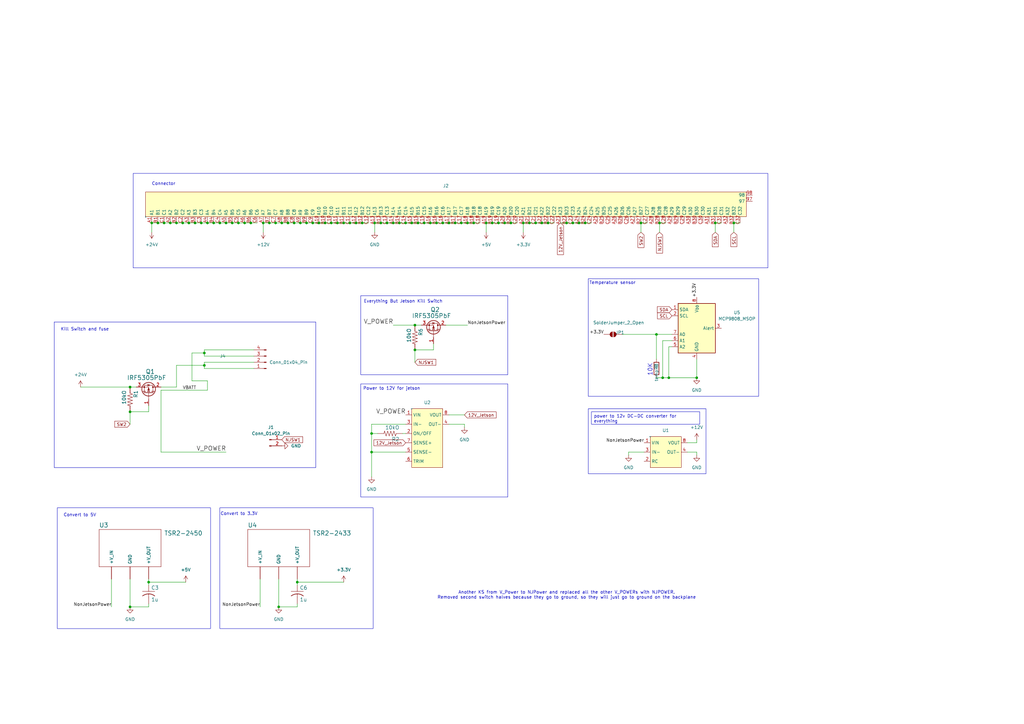
<source format=kicad_sch>
(kicad_sch (version 20250114) (generator "eeschema") (generator_version "9.0")
  (paper "A3")
  (title_block (title "Thruster Control Card 1") (date "10/22/2025") (rev "4") (company "Robatics @ Maryland"))
  (lib_symbols
    (symbol "650470_1"
      (property "Reference" "J1" (at 12.7 -123.19 90))
      (property "Value" "~" (at 0 0 0))
      (symbol "650470_1_1_1"
        (rectangle (start 0 0) (end 10.16 -246.38) (fill (type background)))
        (pin passive line (at -2.54 -2.54 0) (length 2.54) (name "A1") (number "A1"))
        (pin passive line (at -2.54 -5.08 0) (length 2.54) (name "B1") (number "B1"))
        (pin passive line (at -2.54 -7.62 0) (length 2.54) (name "C1") (number "C1"))
        (pin passive line (at -2.54 -10.16 0) (length 2.54) (name "A2") (number "A2"))
        (pin passive line (at -2.54 -12.7 0) (length 2.54) (name "B2") (number "B2"))
        (pin passive line (at -2.54 -15.24 0) (length 2.54) (name "C2") (number "C2"))
        (pin passive line (at -2.54 -17.78 0) (length 2.54) (name "A3") (number "A3"))
        (pin passive line (at -2.54 -20.32 0) (length 2.54) (name "B3") (number "B3"))
        (pin passive line (at -2.54 -22.86 0) (length 2.54) (name "C3") (number "C3"))
        (pin passive line (at -2.54 -25.4 0) (length 2.54) (name "A4") (number "A4"))
        (pin passive line (at -2.54 -27.94 0) (length 2.54) (name "B4") (number "B4"))
        (pin passive line (at -2.54 -30.48 0) (length 2.54) (name "C4") (number "C4"))
        (pin passive line (at -2.54 -33.02 0) (length 2.54) (name "A5") (number "A5"))
        (pin passive line (at -2.54 -35.56 0) (length 2.54) (name "B5") (number "B5"))
        (pin passive line (at -2.54 -38.1 0) (length 2.54) (name "C5") (number "C5"))
        (pin passive line (at -2.54 -40.64 0) (length 2.54) (name "A6") (number "A6"))
        (pin passive line (at -2.54 -43.18 0) (length 2.54) (name "B6") (number "B6"))
        (pin passive line (at -2.54 -45.72 0) (length 2.54) (name "C6") (number "C6"))
        (pin passive line (at -2.54 -48.26 0) (length 2.54) (name "A7") (number "A7"))
        (pin passive line (at -2.54 -50.8 0) (length 2.54) (name "B7") (number "B7"))
        (pin passive line (at -2.54 -53.34 0) (length 2.54) (name "C7") (number "C7"))
        (pin passive line (at -2.54 -55.88 0) (length 2.54) (name "A8") (number "A8"))
        (pin passive line (at -2.54 -58.42 0) (length 2.54) (name "B8") (number "B8"))
        (pin passive line (at -2.54 -60.96 0) (length 2.54) (name "C8") (number "C8"))
        (pin passive line (at -2.54 -63.5 0) (length 2.54) (name "A9") (number "A9"))
        (pin passive line (at -2.54 -66.04 0) (length 2.54) (name "B9") (number "B9"))
        (pin passive line (at -2.54 -68.58 0) (length 2.54) (name "C9") (number "C9"))
        (pin passive line (at -2.54 -71.12 0) (length 2.54) (name "A10") (number "A10"))
        (pin passive line (at -2.54 -73.66 0) (length 2.54) (name "B10") (number "B10"))
        (pin passive line (at -2.54 -76.2 0) (length 2.54) (name "C10") (number "C10"))
        (pin passive line (at -2.54 -78.74 0) (length 2.54) (name "A11") (number "A11"))
        (pin passive line (at -2.54 -81.28 0) (length 2.54) (name "B11") (number "B11"))
        (pin passive line (at -2.54 -83.82 0) (length 2.54) (name "C11") (number "C11"))
        (pin passive line (at -2.54 -86.36 0) (length 2.54) (name "A12") (number "A12"))
        (pin passive line (at -2.54 -88.9 0) (length 2.54) (name "B12") (number "B12"))
        (pin passive line (at -2.54 -91.44 0) (length 2.54) (name "C12") (number "C12"))
        (pin passive line (at -2.54 -93.98 0) (length 2.54) (name "A13") (number "A13"))
        (pin passive line (at -2.54 -96.52 0) (length 2.54) (name "B13") (number "B13"))
        (pin passive line (at -2.54 -99.06 0) (length 2.54) (name "C13") (number "C13"))
        (pin passive line (at -2.54 -101.6 0) (length 2.54) (name "A14") (number "A14"))
        (pin passive line (at -2.54 -104.14 0) (length 2.54) (name "B14") (number "B14"))
        (pin passive line (at -2.54 -106.68 0) (length 2.54) (name "C14") (number "C14"))
        (pin passive line (at -2.54 -109.22 0) (length 2.54) (name "A15") (number "A15"))
        (pin passive line (at -2.54 -111.76 0) (length 2.54) (name "B15") (number "B15"))
        (pin passive line (at -2.54 -114.3 0) (length 2.54) (name "C15") (number "C15"))
        (pin passive line (at -2.54 -116.84 0) (length 2.54) (name "A16") (number "A16"))
        (pin passive line (at -2.54 -119.38 0) (length 2.54) (name "B16") (number "B16"))
        (pin passive line (at -2.54 -121.92 0) (length 2.54) (name "C16") (number "C16"))
        (pin passive line (at -2.54 -124.46 0) (length 2.54) (name "A17") (number "A17"))
        (pin passive line (at -2.54 -127 0) (length 2.54) (name "B17") (number "B17"))
        (pin passive line (at -2.54 -129.54 0) (length 2.54) (name "C17") (number "C17"))
        (pin passive line (at -2.54 -132.08 0) (length 2.54) (name "A18") (number "A18"))
        (pin passive line (at -2.54 -134.62 0) (length 2.54) (name "B18") (number "B18"))
        (pin passive line (at -2.54 -137.16 0) (length 2.54) (name "C18") (number "C18"))
        (pin passive line (at -2.54 -139.7 0) (length 2.54) (name "A19") (number "A19"))
        (pin passive line (at -2.54 -142.24 0) (length 2.54) (name "B19") (number "B19"))
        (pin passive line (at -2.54 -144.78 0) (length 2.54) (name "C19") (number "C19"))
        (pin passive line (at -2.54 -147.32 0) (length 2.54) (name "A20") (number "A20"))
        (pin passive line (at -2.54 -149.86 0) (length 2.54) (name "B20") (number "B20"))
        (pin passive line (at -2.54 -152.4 0) (length 2.54) (name "C20") (number "C20"))
        (pin passive line (at -2.54 -154.94 0) (length 2.54) (name "A21") (number "A21"))
        (pin passive line (at -2.54 -157.48 0) (length 2.54) (name "B21") (number "B21"))
        (pin passive line (at -2.54 -160.02 0) (length 2.54) (name "C21") (number "C21"))
        (pin passive line (at -2.54 -162.56 0) (length 2.54) (name "A22") (number "A22"))
        (pin passive line (at -2.54 -165.1 0) (length 2.54) (name "B22") (number "B22"))
        (pin passive line (at -2.54 -167.64 0) (length 2.54) (name "C22") (number "C22"))
        (pin passive line (at -2.54 -170.18 0) (length 2.54) (name "A23") (number "A23"))
        (pin passive line (at -2.54 -172.72 0) (length 2.54) (name "B23") (number "B23"))
        (pin passive line (at -2.54 -175.26 0) (length 2.54) (name "C23") (number "C23"))
        (pin passive line (at -2.54 -177.8 0) (length 2.54) (name "A24") (number "A24"))
        (pin passive line (at -2.54 -180.34 0) (length 2.54) (name "B24") (number "B24"))
        (pin passive line (at -2.54 -182.88 0) (length 2.54) (name "C24") (number "C24"))
        (pin passive line (at -2.54 -185.42 0) (length 2.54) (name "A25") (number "A25"))
        (pin passive line (at -2.54 -187.96 0) (length 2.54) (name "B25") (number "B25"))
        (pin passive line (at -2.54 -190.5 0) (length 2.54) (name "C25") (number "C25"))
        (pin passive line (at -2.54 -193.04 0) (length 2.54) (name "A26") (number "A26"))
        (pin passive line (at -2.54 -195.58 0) (length 2.54) (name "B26") (number "B26"))
        (pin passive line (at -2.54 -198.12 0) (length 2.54) (name "C26") (number "C26"))
        (pin passive line (at -2.54 -200.66 0) (length 2.54) (name "A27") (number "A27"))
        (pin passive line (at -2.54 -203.2 0) (length 2.54) (name "B27") (number "B27"))
        (pin passive line (at -2.54 -205.74 0) (length 2.54) (name "C27") (number "C27"))
        (pin passive line (at -2.54 -208.28 0) (length 2.54) (name "A28") (number "A28"))
        (pin passive line (at -2.54 -210.82 0) (length 2.54) (name "B28") (number "B28"))
        (pin passive line (at -2.54 -213.36 0) (length 2.54) (name "C28") (number "C28"))
        (pin passive line (at -2.54 -215.9 0) (length 2.54) (name "A29") (number "A29"))
        (pin passive line (at -2.54 -218.44 0) (length 2.54) (name "B29") (number "B29"))
        (pin passive line (at -2.54 -220.98 0) (length 2.54) (name "C29") (number "C29"))
        (pin passive line (at -2.54 -223.52 0) (length 2.54) (name "A30") (number "A30"))
        (pin passive line (at -2.54 -226.06 0) (length 2.54) (name "B30") (number "B30"))
        (pin passive line (at -2.54 -228.6 0) (length 2.54) (name "C30") (number "C30"))
        (pin passive line (at -2.54 -231.14 0) (length 2.54) (name "A31") (number "A31"))
        (pin passive line (at -2.54 -233.68 0) (length 2.54) (name "B31") (number "B31"))
        (pin passive line (at -2.54 -236.22 0) (length 2.54) (name "C31") (number "C31"))
        (pin passive line (at -2.54 -238.76 0) (length 2.54) (name "A32") (number "A32"))
        (pin passive line (at -2.54 -241.3 0) (length 2.54) (name "B32") (number "B32"))
        (pin passive line (at -2.54 -243.84 0) (length 2.54) (name "C32") (number "C32"))
        (pin passive line (at 6.35 -248.92 90) (length 2.54) (name "97") (number "97"))
        (pin passive line (at 8.89 -248.92 90) (length 2.54) (name "98") (number "98"))
      )
    )
    (symbol "Connector:Conn_01x02_Pin" (pin_names (offset 1.016) (hide yes))
      (property "Reference" "J" (at 0 2.54 0))
      (property "Value" "Conn_01x02_Pin" (at 0 -5.08 0))
      (symbol "Conn_01x02_Pin_1_1"
        (rectangle (start 0.8636 0.127) (end 0 -0.127) (stroke (width 0.1524)) (fill (type outline)))
        (rectangle (start 0.8636 -2.413) (end 0 -2.667) (stroke (width 0.1524)) (fill (type outline)))
        (polyline (pts (xy 1.27 0) (xy 0.8636 0)) (stroke (width 0.1524)))
        (polyline (pts (xy 1.27 -2.54) (xy 0.8636 -2.54)) (stroke (width 0.1524)))
        (pin passive line (at 5.08 0 180) (length 3.81) (name "Pin_1") (number "1"))
        (pin passive line (at 5.08 -2.54 180) (length 3.81) (name "Pin_2") (number "2"))
      )
    )
    (symbol "Connector:Conn_01x04_Pin" (pin_names (offset 1.016) (hide yes))
      (property "Reference" "J" (at 0 5.08 0))
      (property "Value" "Conn_01x04_Pin" (at 0 -7.62 0))
      (symbol "Conn_01x04_Pin_1_1"
        (rectangle (start 0.8636 2.667) (end 0 2.413) (stroke (width 0.1524)) (fill (type outline)))
        (rectangle (start 0.8636 0.127) (end 0 -0.127) (stroke (width 0.1524)) (fill (type outline)))
        (rectangle (start 0.8636 -2.413) (end 0 -2.667) (stroke (width 0.1524)) (fill (type outline)))
        (rectangle (start 0.8636 -4.953) (end 0 -5.207) (stroke (width 0.1524)) (fill (type outline)))
        (polyline (pts (xy 1.27 2.54) (xy 0.8636 2.54)) (stroke (width 0.1524)))
        (polyline (pts (xy 1.27 0) (xy 0.8636 0)) (stroke (width 0.1524)))
        (polyline (pts (xy 1.27 -2.54) (xy 0.8636 -2.54)) (stroke (width 0.1524)))
        (polyline (pts (xy 1.27 -5.08) (xy 0.8636 -5.08)) (stroke (width 0.1524)))
        (pin passive line (at 5.08 2.54 180) (length 3.81) (name "Pin_1") (number "1"))
        (pin passive line (at 5.08 0 180) (length 3.81) (name "Pin_2") (number "2"))
        (pin passive line (at 5.08 -2.54 180) (length 3.81) (name "Pin_3") (number "3"))
        (pin passive line (at 5.08 -5.08 180) (length 3.81) (name "Pin_4") (number "4"))
      )
    )
    (symbol "Custom:EHHD006A0B"
      (property "Reference" "U2" (at 6.35 2.54 0))
      (property "Value" "~" (at 0 0 0))
      (symbol "EHHD006A0B_1_1"
        (rectangle (start 0 0) (end 12.7 -24.13) (fill (type background)))
        (pin power_in line (at -2.54 -2.54 0) (length 2.54) (name "VIN") (number "1"))
        (pin power_in line (at -2.54 -6.35 0) (length 2.54) (name "IN-") (number "3"))
        (pin input line (at -2.54 -10.16 0) (length 2.54) (name "ON/OFF") (number "2"))
        (pin input line (at -2.54 -13.97 0) (length 2.54) (name "SENSE+") (number "7"))
        (pin input line (at -2.54 -17.78 0) (length 2.54) (name "SENSE-") (number "5"))
        (pin input line (at -2.54 -21.59 0) (length 2.54) (name "TRIM") (number "6"))
        (pin power_out line (at 15.24 -2.54 180) (length 2.54) (name "VOUT") (number "8"))
        (pin power_out line (at 15.24 -6.35 180) (length 2.54) (name "OUT-") (number "4"))
      )
    )
    (symbol "Custom:PKB2213D"
      (property "Reference" "U1" (at 6.35 2.54 0))
      (property "Value" "~" (at 0 0 0))
      (symbol "PKB2213D_1_1"
        (rectangle (start 0 0) (end 12.7 -12.7) (fill (type background)))
        (pin power_in line (at -2.54 -2.54 0) (length 2.54) (name "VIN") (number "1"))
        (pin power_in line (at -2.54 -6.35 0) (length 2.54) (name "IN-") (number "3"))
        (pin input line (at -2.54 -10.16 0) (length 2.54) (name "RC") (number "2"))
        (pin power_out line (at 15.24 -2.54 180) (length 2.54) (name "VOUT") (number "8"))
        (pin power_out line (at 15.24 -6.35 180) (length 2.54) (name "OUT-") (number "4"))
      )
    )
    (symbol "Device:R" (pin_numbers (hide yes)) (pin_names (offset 0))
      (property "Reference" "R" (at 2.032 0 90))
      (property "Value" "R" (at 0 0 90))
      (symbol "R_0_1"
        (rectangle (start -1.016 -2.54) (end 1.016 2.54) (stroke (width 0.254)))
      )
      (symbol "R_1_1"
        (pin passive line (at 0 3.81 270) (length 1.27) (name "~") (number "1"))
        (pin passive line (at 0 -3.81 90) (length 1.27) (name "~") (number "2"))
      )
    )
    (symbol "GND_1" (power) (pin_numbers (hide yes)) (pin_names (offset 0) (hide yes))
      (property "Value" "GND" (at 0 -3.81 0))
      (symbol "GND_1_0_1"
        (polyline (pts (xy 0 0) (xy 0 -1.27) (xy 1.27 -1.27) (xy 0 -2.54) (xy -1.27 -1.27) (xy 0 -1.27)))
      )
      (symbol "GND_1_1_1"
        (pin power_in line (at 0 0 270) (length 0) (name "~") (number "1"))
      )
    )
    (symbol "Jumper:SolderJumper_2_Open" (pin_numbers (hide yes)) (pin_names (offset 0) (hide yes)) (in_bom no)
      (property "Reference" "JP" (at 0 2.032 0))
      (property "Value" "SolderJumper_2_Open" (at 0 -2.54 0))
      (symbol "SolderJumper_2_Open_0_1"
        (polyline (pts (xy -0.254 1.016) (xy -0.254 -1.016)))
        (arc (start -0.254 -1.016) (mid -1.2656 0) (end -0.254 1.016))
        (arc (start -0.254 -1.016) (mid -1.2656 0) (end -0.254 1.016) (fill (type outline)))
        (arc (start 0.254 1.016) (mid 1.2656 0) (end 0.254 -1.016))
        (arc (start 0.254 1.016) (mid 1.2656 0) (end 0.254 -1.016) (fill (type outline)))
        (polyline (pts (xy 0.254 1.016) (xy 0.254 -1.016)))
      )
      (symbol "SolderJumper_2_Open_1_1"
        (pin passive line (at -3.81 0 0) (length 2.54) (name "A") (number "1"))
        (pin passive line (at 3.81 0 180) (length 2.54) (name "B") (number "2"))
      )
    )
    (symbol "PowerboardRev5-eagle-import:C-USC0805" (pin_names (offset 1.016))
      (property "Reference" "C" (at 1.016 0.635 0))
      (property "Value" "C-USC0805" (at 1.016 -4.191 0))
      (symbol "C-USC0805_1_0"
        (polyline (pts (xy -2.54 0) (xy 2.54 0)))
        (arc (start 0 -0.9906) (mid 1.3163 -1.2156) (end 2.4892 -1.8542) (stroke (width 0.254)))
        (polyline (pts (xy 0 -1.016) (xy 0 -2.54)))
        (arc (start -2.4638 -1.8288) (mid -1.2956 -1.2294) (end 0 -1.016) (stroke (width 0.254)))
        (pin passive line (at 0 2.54 270) (length 2.54) (name "1") (number "1"))
        (pin passive line (at 0 -5.08 90) (length 2.54) (name "2") (number "2"))
      )
    )
    (symbol "PowerboardRev5-eagle-import:R-US_R0805" (pin_names (offset 1.016))
      (property "Reference" "R" (at -3.81 1.4986 0))
      (property "Value" "R-US_R0805" (at -3.81 -3.302 0))
      (symbol "R-US_R0805_1_0"
        (polyline (pts (xy -2.54 0) (xy -2.159 1.016)))
        (polyline (pts (xy -2.159 1.016) (xy -1.524 -1.016)))
        (polyline (pts (xy -1.524 -1.016) (xy -0.889 1.016)))
        (polyline (pts (xy -0.889 1.016) (xy -0.254 -1.016)))
        (polyline (pts (xy -0.254 -1.016) (xy 0.381 1.016)))
        (polyline (pts (xy 0.381 1.016) (xy 1.016 -1.016)))
        (polyline (pts (xy 1.016 -1.016) (xy 1.651 1.016)))
        (polyline (pts (xy 1.651 1.016) (xy 2.286 -1.016)))
        (polyline (pts (xy 2.286 -1.016) (xy 2.54 0)))
        (pin passive line (at -5.08 0 0) (length 2.54) (name "1") (number "1"))
        (pin passive line (at 5.08 0 180) (length 2.54) (name "2") (number "2"))
      )
    )
    (symbol "PowerboardRev5-eagle-import:TSR2-2450" (pin_names (offset 1.016))
      (property "Reference" "U" (at -12.7 8.382 0))
      (property "Value" "TSR2-2450" (at 5.08 8.382 0))
      (symbol "TSR2-2450_1_0"
        (polyline (pts (xy -12.7 7.62) (xy 12.7 7.62)))
        (polyline (pts (xy -12.7 -7.62) (xy -12.7 7.62)))
        (polyline (pts (xy 12.7 7.62) (xy 12.7 -7.62)))
        (polyline (pts (xy 12.7 -7.62) (xy -12.7 -7.62)))
        (pin power_in line (at -7.62 -12.7 90) (length 5.08) (name "+V_IN") (number "1"))
        (pin power_in line (at 0 -12.7 90) (length 5.08) (name "GND") (number "2"))
        (pin power_in line (at 7.62 -12.7 90) (length 5.08) (name "+V_OUT") (number "3"))
      )
    )
    (symbol "Sensor_Temperature:MCP9808_MSOP"
      (property "Reference" "U" (at -6.35 11.43 0))
      (property "Value" "MCP9808_MSOP" (at 10.16 11.43 0))
      (symbol "MCP9808_MSOP_0_1"
        (rectangle (start -7.62 10.16) (end 7.62 -10.16) (stroke (width 0.254)) (fill (type background)))
      )
      (symbol "MCP9808_MSOP_1_1"
        (pin bidirectional line (at -10.16 7.62 0) (length 2.54) (name "SDA") (number "1"))
        (pin input line (at -10.16 5.08 0) (length 2.54) (name "SCL") (number "2"))
        (pin input line (at -10.16 -2.54 0) (length 2.54) (name "A0") (number "7"))
        (pin input line (at -10.16 -5.08 0) (length 2.54) (name "A1") (number "6"))
        (pin input line (at -10.16 -7.62 0) (length 2.54) (name "A2") (number "5"))
        (pin power_in line (at 0 12.7 270) (length 2.54) (name "V_{DD}") (number "8"))
        (pin power_in line (at 0 -12.7 90) (length 2.54) (name "GND") (number "4"))
        (pin output line (at 10.16 0 180) (length 2.54) (name "Alert") (number "3"))
      )
    )
    (symbol "Transistor_FET:FQP27P06" (pin_names (hide yes))
      (property "Reference" "Q" (at 5.08 1.905 0))
      (property "Value" "FQP27P06" (at 5.08 0 0))
      (symbol "FQP27P06_0_1"
        (polyline (pts (xy 0.254 1.905) (xy 0.254 -1.905)) (stroke (width 0.254)))
        (polyline (pts (xy 0.254 0) (xy -2.54 0)))
        (polyline (pts (xy 0.762 2.286) (xy 0.762 1.27)) (stroke (width 0.254)))
        (polyline (pts (xy 0.762 1.778) (xy 3.302 1.778) (xy 3.302 -1.778) (xy 0.762 -1.778)))
        (polyline (pts (xy 0.762 0.508) (xy 0.762 -0.508)) (stroke (width 0.254)))
        (polyline (pts (xy 0.762 -1.27) (xy 0.762 -2.286)) (stroke (width 0.254)))
        (circle (center 1.651 0) (radius 2.794) (stroke (width 0.254)))
        (polyline (pts (xy 2.286 0) (xy 1.27 0.381) (xy 1.27 -0.381) (xy 2.286 0)) (fill (type outline)))
        (polyline (pts (xy 2.54 2.54) (xy 2.54 1.778)))
        (circle (center 2.54 1.778) (radius 0.254) (fill (type outline)))
        (circle (center 2.54 -1.778) (radius 0.254) (fill (type outline)))
        (polyline (pts (xy 2.54 -2.54) (xy 2.54 0) (xy 0.762 0)))
        (polyline (pts (xy 2.794 -0.508) (xy 2.921 -0.381) (xy 3.683 -0.381) (xy 3.81 -0.254)))
        (polyline (pts (xy 3.302 -0.381) (xy 2.921 0.254) (xy 3.683 0.254) (xy 3.302 -0.381)))
      )
      (symbol "FQP27P06_1_1"
        (pin input line (at -5.08 0 0) (length 2.54) (name "G") (number "1"))
        (pin passive line (at 2.54 5.08 270) (length 2.54) (name "D") (number "2"))
        (pin passive line (at 2.54 -5.08 90) (length 2.54) (name "S") (number "3"))
      )
    )
    (symbol "power:+12V" (power) (pin_names (offset 0))
      (property "Value" "+12V" (at 0 3.556 0))
      (symbol "+12V_0_1"
        (polyline (pts (xy -0.762 1.27) (xy 0 2.54)))
        (polyline (pts (xy 0 2.54) (xy 0.762 1.27)))
        (polyline (pts (xy 0 0) (xy 0 2.54)))
      )
      (symbol "+12V_1_1"
        (pin power_in line (at 0 0 90) (length 0) (hide yes) (name "+12V") (number "1"))
      )
    )
    (symbol "power:+24V" (power) (pin_names (offset 0))
      (property "Value" "+24V" (at 0 3.556 0))
      (symbol "+24V_0_1"
        (polyline (pts (xy -0.762 1.27) (xy 0 2.54)))
        (polyline (pts (xy 0 2.54) (xy 0.762 1.27)))
        (polyline (pts (xy 0 0) (xy 0 2.54)))
      )
      (symbol "+24V_1_1"
        (pin power_in line (at 0 0 90) (length 0) (hide yes) (name "+24V") (number "1"))
      )
    )
    (symbol "power:+3.3V" (power) (pin_names (offset 0))
      (property "Value" "+3.3V" (at 0 3.556 0))
      (symbol "+3.3V_0_1"
        (polyline (pts (xy -0.762 1.27) (xy 0 2.54)))
        (polyline (pts (xy 0 2.54) (xy 0.762 1.27)))
        (polyline (pts (xy 0 0) (xy 0 2.54)))
      )
      (symbol "+3.3V_1_1"
        (pin power_in line (at 0 0 90) (length 0) (hide yes) (name "+3.3V") (number "1"))
      )
    )
    (symbol "power:+5V" (power) (pin_names (offset 0))
      (property "Value" "+5V" (at 0 3.556 0))
      (symbol "+5V_0_1"
        (polyline (pts (xy -0.762 1.27) (xy 0 2.54)))
        (polyline (pts (xy 0 2.54) (xy 0.762 1.27)))
        (polyline (pts (xy 0 0) (xy 0 2.54)))
      )
      (symbol "+5V_1_1"
        (pin power_in line (at 0 0 90) (length 0) (hide yes) (name "+5V") (number "1"))
      )
    )
    (symbol "power:GND" (power) (pin_names (offset 0))
      (property "Value" "GND" (at 0 -3.81 0))
      (symbol "GND_0_1"
        (polyline (pts (xy 0 0) (xy 0 -1.27) (xy 1.27 -1.27) (xy 0 -2.54) (xy -1.27 -1.27) (xy 0 -1.27)))
      )
      (symbol "GND_1_1"
        (pin power_in line (at 0 0 270) (length 0) (hide yes) (name "GND") (number "1"))
      )
    )
  )
  (rectangle (start 23.495 208.28) (end 86.36 257.81))
  (rectangle (start 241.3 114.3) (end 311.15 162.56))
  (rectangle (start 22.225 132.08) (end 129.54 191.77))
  (rectangle (start 54.61 71.12) (end 314.96 109.855))
  (rectangle (start 241.3 167.64) (end 289.56 194.31))
  (rectangle (start 147.955 121.285) (end 208.28 153.67))
  (rectangle (start 90.17 208.28) (end 153.035 257.81))
  (text "Convert to 3.3V\n" (at 98.044 210.82 0) (effects (font (size 1.27 1.27))))
  (text "Kill Switch and fuse" (at 34.798 135.128 0) (effects (font (size 1.27 1.27))))
  (text "Connector" (at 62.23 76.2 0) (effects (font (size 1.27 1.27)) (justify left bottom)))
  (text "Temperature sensor" (at 251.206 116.078 0) (effects (font (size 1.27 1.27))))
  (text "Another KS from V_Power to NJPower and replaced all the other V_POWERs with NJPOWER.\nRemoved second switch halves because they go to ground, so they will just go to ground on the backplane\n" (at 232.41 244.094 0) (effects (font (size 1.27 1.27))))
  (text "Convert to 5V\n" (at 32.766 211.328 0) (effects (font (size 1.27 1.27))))
  (text "Everything But Jetson Kill Switch" (at 165.354 123.698 0) (effects (font (size 1.27 1.27))))
  (text "10K" (at 266.7 151.638 90) (effects (font (size 1.778 1.778))))
  (text_box "power to 12v DC-DC converter for everything" (at 242.57 168.91 0) (size 44.45 5.08) (margins 0.9525 0.9525 0.9525 0.9525) (effects (font (size 1.27 1.27)) (justify left top)))
  (text_box "Power to 12V for jetson\n" (at 147.955 157.48 0) (size 60.325 46.355) (margins 0.9525 0.9525 0.9525 0.9525) (effects (font (size 1.27 1.27)) (justify left top)))
  (junction (at 69.85 91.44))
  (junction (at 173.99 91.44))
  (junction (at 300.99 91.44))
  (junction (at 199.39 91.44))
  (junction (at 240.03 91.44))
  (junction (at 62.23 91.44))
  (junction (at 115.57 91.44))
  (junction (at 194.31 91.44))
  (junction (at 95.25 91.44))
  (junction (at 161.29 91.44))
  (junction (at 143.51 91.44))
  (junction (at 121.92 238.76))
  (junction (at 80.01 91.44))
  (junction (at 128.27 91.44))
  (junction (at 269.24 137.16))
  (junction (at 224.79 91.44))
  (junction (at 77.47 91.44))
  (junction (at 219.71 91.44))
  (junction (at 217.17 91.44))
  (junction (at 53.34 158.75))
  (junction (at 90.17 91.44))
  (junction (at 120.65 91.44))
  (junction (at 60.96 238.76))
  (junction (at 179.07 91.44))
  (junction (at 201.93 91.44))
  (junction (at 166.37 91.44))
  (junction (at 152.4 185.42))
  (junction (at 191.77 91.44))
  (junction (at 168.91 91.44))
  (junction (at 204.47 91.44))
  (junction (at 102.87 91.44))
  (junction (at 123.19 91.44))
  (junction (at 67.31 91.44))
  (junction (at 83.82 144.78))
  (junction (at 158.75 91.44))
  (junction (at 270.51 91.44))
  (junction (at 146.05 91.44))
  (junction (at 234.95 91.44))
  (junction (at 64.77 91.44))
  (junction (at 170.18 133.35))
  (junction (at 156.21 91.44))
  (junction (at 118.11 91.44))
  (junction (at 186.69 91.44))
  (junction (at 87.63 91.44))
  (junction (at 114.3 248.92))
  (junction (at 153.67 91.44))
  (junction (at 125.73 91.44))
  (junction (at 209.55 91.44))
  (junction (at 271.78 154.94))
  (junction (at 176.53 91.44))
  (junction (at 140.97 91.44))
  (junction (at 53.34 168.91))
  (junction (at 135.89 91.44))
  (junction (at 293.37 91.44))
  (junction (at 274.32 154.94))
  (junction (at 184.15 91.44))
  (junction (at 222.25 91.44))
  (junction (at 148.59 91.44))
  (junction (at 82.55 91.44))
  (junction (at 130.81 91.44))
  (junction (at 232.41 91.44))
  (junction (at 152.4 177.8))
  (junction (at 133.35 91.44))
  (junction (at 97.79 91.44))
  (junction (at 85.09 91.44))
  (junction (at 214.63 91.44))
  (junction (at 138.43 91.44))
  (junction (at 171.45 91.44))
  (junction (at 74.93 91.44))
  (junction (at 181.61 91.44))
  (junction (at 110.49 91.44))
  (junction (at 92.71 91.44))
  (junction (at 207.01 91.44))
  (junction (at 100.33 91.44))
  (junction (at 237.49 91.44))
  (junction (at 107.95 91.44))
  (junction (at 53.34 248.92))
  (junction (at 113.03 91.44))
  (junction (at 170.18 143.51))
  (junction (at 262.89 91.44))
  (junction (at 83.82 149.86))
  (junction (at 72.39 91.44))
  (junction (at 163.83 91.44))
  (junction (at 189.23 91.44))
  (junction (at 285.75 154.94))
  (wire (pts (xy 143.51 91.44) (xy 146.05 91.44)))
  (wire (pts (xy 269.24 137.16) (xy 269.24 147.32)))
  (wire (pts (xy 121.92 238.76) (xy 121.92 240.03)))
  (wire (pts (xy 257.81 185.42) (xy 264.16 185.42)))
  (wire (pts (xy 163.83 91.44) (xy 166.37 91.44)))
  (wire (pts (xy 214.63 91.44) (xy 217.17 91.44)))
  (wire (pts (xy 64.77 91.44) (xy 67.31 91.44)))
  (wire (pts (xy 219.71 91.44) (xy 222.25 91.44)))
  (wire (pts (xy 67.31 91.44) (xy 69.85 91.44)))
  (wire (pts (xy 152.4 185.42) (xy 152.4 177.8)))
  (wire (pts (xy 293.37 91.44) (xy 293.37 95.25)))
  (wire (pts (xy 171.45 91.44) (xy 173.99 91.44)))
  (wire (pts (xy 90.17 91.44) (xy 92.71 91.44)))
  (wire (pts (xy 201.93 91.44) (xy 204.47 91.44)))
  (wire (pts (xy 113.03 91.44) (xy 115.57 91.44)))
  (wire (pts (xy 173.99 91.44) (xy 176.53 91.44)))
  (wire (pts (xy 83.82 146.05) (xy 104.14 146.05)))
  (wire (pts (xy 66.04 158.75) (xy 72.39 158.75)))
  (wire (pts (xy 72.39 149.86) (xy 83.82 149.86)))
  (wire (pts (xy 153.67 91.44) (xy 153.67 95.25)))
  (wire (pts (xy 83.82 151.13) (xy 104.14 151.13)))
  (wire (pts (xy 60.96 166.37) (xy 60.96 168.91)))
  (wire (pts (xy 170.18 143.51) (xy 170.18 148.59)))
  (wire (pts (xy 114.3 248.92) (xy 114.3 237.49)))
  (wire (pts (xy 224.79 91.44) (xy 227.33 91.44)))
  (wire (pts (xy 204.47 91.44) (xy 207.01 91.44)))
  (wire (pts (xy 161.29 91.44) (xy 163.83 91.44)))
  (wire (pts (xy 177.8 140.97) (xy 177.8 143.51)))
  (wire (pts (xy 85.09 91.44) (xy 87.63 91.44)))
  (wire (pts (xy 121.92 237.49) (xy 121.92 238.76)))
  (wire (pts (xy 133.35 91.44) (xy 135.89 91.44)))
  (wire (pts (xy 153.67 91.44) (xy 156.21 91.44)))
  (wire (pts (xy 232.41 91.44) (xy 234.95 91.44)))
  (wire (pts (xy 166.37 91.44) (xy 168.91 91.44)))
  (wire (pts (xy 110.49 91.44) (xy 113.03 91.44)))
  (wire (pts (xy 74.93 91.44) (xy 77.47 91.44)))
  (wire (pts (xy 275.59 137.16) (xy 269.24 137.16)))
  (wire (pts (xy 92.71 91.44) (xy 95.25 91.44)))
  (wire (pts (xy 60.96 247.65) (xy 60.96 248.92)))
  (wire (pts (xy 271.78 139.7) (xy 271.78 154.94)))
  (wire (pts (xy 83.82 144.78) (xy 78.74 144.78)))
  (wire (pts (xy 146.05 91.44) (xy 148.59 91.44)))
  (wire (pts (xy 100.33 91.44) (xy 102.87 91.44)))
  (wire (pts (xy 85.09 156.21) (xy 85.09 160.02)))
  (wire (pts (xy 121.92 248.92) (xy 114.3 248.92)))
  (wire (pts (xy 184.15 170.18) (xy 190.5 170.18)))
  (wire (pts (xy 209.55 91.44) (xy 212.09 91.44)))
  (wire (pts (xy 152.4 173.99) (xy 166.37 173.99)))
  (wire (pts (xy 123.19 91.44) (xy 125.73 91.44)))
  (wire (pts (xy 281.94 181.61) (xy 285.75 181.61)))
  (wire (pts (xy 95.25 91.44) (xy 97.79 91.44)))
  (wire (pts (xy 62.23 91.44) (xy 64.77 91.44)))
  (wire (pts (xy 83.82 144.78) (xy 83.82 146.05)))
  (wire (pts (xy 214.63 91.44) (xy 214.63 95.25)))
  (wire (pts (xy 60.96 237.49) (xy 60.96 238.76)))
  (wire (pts (xy 128.27 91.44) (xy 130.81 91.44)))
  (wire (pts (xy 161.29 133.35) (xy 170.18 133.35)))
  (wire (pts (xy 69.85 91.44) (xy 72.39 91.44)))
  (wire (pts (xy 285.75 147.32) (xy 285.75 154.94)))
  (wire (pts (xy 285.75 181.61) (xy 285.75 180.34)))
  (wire (pts (xy 62.23 91.44) (xy 62.23 95.25)))
  (wire (pts (xy 285.75 185.42) (xy 285.75 186.69)))
  (wire (pts (xy 83.82 143.51) (xy 104.14 143.51)))
  (wire (pts (xy 255.27 137.16) (xy 269.24 137.16)))
  (wire (pts (xy 270.51 91.44) (xy 273.05 91.44)))
  (wire (pts (xy 118.11 91.44) (xy 120.65 91.44)))
  (wire (pts (xy 33.02 158.75) (xy 53.34 158.75)))
  (wire (pts (xy 78.74 156.21) (xy 85.09 156.21)))
  (wire (pts (xy 182.88 133.35) (xy 191.77 133.35)))
  (wire (pts (xy 125.73 91.44) (xy 128.27 91.44)))
  (wire (pts (xy 77.47 91.44) (xy 80.01 91.44)))
  (wire (pts (xy 181.61 91.44) (xy 184.15 91.44)))
  (wire (pts (xy 60.96 238.76) (xy 60.96 240.03)))
  (wire (pts (xy 184.15 173.99) (xy 190.5 173.99)))
  (wire (pts (xy 53.34 168.91) (xy 60.96 168.91)))
  (wire (pts (xy 186.69 91.44) (xy 189.23 91.44)))
  (wire (pts (xy 121.92 247.65) (xy 121.92 248.92)))
  (wire (pts (xy 120.65 91.44) (xy 123.19 91.44)))
  (wire (pts (xy 262.89 91.44) (xy 262.89 95.25)))
  (wire (pts (xy 87.63 91.44) (xy 90.17 91.44)))
  (wire (pts (xy 274.32 154.94) (xy 285.75 154.94)))
  (wire (pts (xy 106.68 248.92) (xy 106.68 237.49)))
  (wire (pts (xy 229.87 91.44) (xy 232.41 91.44)))
  (wire (pts (xy 199.39 91.44) (xy 199.39 95.25)))
  (wire (pts (xy 140.97 91.44) (xy 143.51 91.44)))
  (wire (pts (xy 237.49 91.44) (xy 240.03 91.44)))
  (wire (pts (xy 262.89 91.44) (xy 265.43 91.44)))
  (wire (pts (xy 152.4 177.8) (xy 152.4 173.99)))
  (wire (pts (xy 82.55 91.44) (xy 85.09 91.44)))
  (wire (pts (xy 176.53 91.44) (xy 179.07 91.44)))
  (wire (pts (xy 107.95 91.44) (xy 110.49 91.44)))
  (wire (pts (xy 152.4 185.42) (xy 152.4 195.58)))
  (wire (pts (xy 170.18 133.35) (xy 172.72 133.35)))
  (wire (pts (xy 158.75 91.44) (xy 161.29 91.44)))
  (wire (pts (xy 115.57 91.44) (xy 118.11 91.44)))
  (wire (pts (xy 138.43 91.44) (xy 140.97 91.44)))
  (wire (pts (xy 72.39 149.86) (xy 72.39 158.75)))
  (wire (pts (xy 107.95 91.44) (xy 107.95 95.25)))
  (wire (pts (xy 170.18 143.51) (xy 177.8 143.51)))
  (wire (pts (xy 217.17 91.44) (xy 219.71 91.44)))
  (wire (pts (xy 83.82 143.51) (xy 83.82 144.78)))
  (wire (pts (xy 240.03 91.44) (xy 242.57 91.44)))
  (wire (pts (xy 60.96 238.76) (xy 76.2 238.76)))
  (wire (pts (xy 83.82 148.59) (xy 83.82 149.86)))
  (wire (pts (xy 45.72 248.92) (xy 45.72 237.49)))
  (wire (pts (xy 97.79 91.44) (xy 100.33 91.44)))
  (wire (pts (xy 135.89 91.44) (xy 138.43 91.44)))
  (wire (pts (xy 152.4 177.8) (xy 154.94 177.8)))
  (wire (pts (xy 130.81 91.44) (xy 133.35 91.44)))
  (wire (pts (xy 92.71 185.42) (xy 66.04 185.42)))
  (wire (pts (xy 257.81 186.69) (xy 257.81 185.42)))
  (wire (pts (xy 78.74 144.78) (xy 78.74 156.21)))
  (wire (pts (xy 194.31 91.44) (xy 196.85 91.44)))
  (wire (pts (xy 234.95 91.44) (xy 237.49 91.44)))
  (wire (pts (xy 66.04 160.02) (xy 85.09 160.02)))
  (wire (pts (xy 300.99 91.44) (xy 300.99 95.25)))
  (wire (pts (xy 281.94 185.42) (xy 285.75 185.42)))
  (wire (pts (xy 275.59 142.24) (xy 274.32 142.24)))
  (wire (pts (xy 270.51 91.44) (xy 270.51 95.25)))
  (wire (pts (xy 179.07 91.44) (xy 181.61 91.44)))
  (wire (pts (xy 102.87 91.44) (xy 105.41 91.44)))
  (wire (pts (xy 190.5 173.99) (xy 190.5 175.26)))
  (wire (pts (xy 53.34 168.91) (xy 53.34 173.99)))
  (wire (pts (xy 199.39 91.44) (xy 201.93 91.44)))
  (wire (pts (xy 274.32 142.24) (xy 274.32 154.94)))
  (wire (pts (xy 83.82 149.86) (xy 83.82 151.13)))
  (wire (pts (xy 300.99 91.44) (xy 303.53 91.44)))
  (wire (pts (xy 269.24 154.94) (xy 271.78 154.94)))
  (wire (pts (xy 293.37 91.44) (xy 295.91 91.44)))
  (wire (pts (xy 189.23 91.44) (xy 191.77 91.44)))
  (wire (pts (xy 271.78 154.94) (xy 274.32 154.94)))
  (wire (pts (xy 80.01 91.44) (xy 82.55 91.44)))
  (wire (pts (xy 66.04 160.02) (xy 66.04 185.42)))
  (wire (pts (xy 121.92 238.76) (xy 140.97 238.76)))
  (wire (pts (xy 207.01 91.44) (xy 209.55 91.44)))
  (wire (pts (xy 53.34 158.75) (xy 55.88 158.75)))
  (wire (pts (xy 275.59 139.7) (xy 271.78 139.7)))
  (wire (pts (xy 191.77 91.44) (xy 194.31 91.44)))
  (wire (pts (xy 168.91 91.44) (xy 171.45 91.44)))
  (wire (pts (xy 60.96 248.92) (xy 53.34 248.92)))
  (wire (pts (xy 184.15 91.44) (xy 186.69 91.44)))
  (wire (pts (xy 152.4 185.42) (xy 166.37 185.42)))
  (wire (pts (xy 148.59 91.44) (xy 151.13 91.44)))
  (wire (pts (xy 72.39 91.44) (xy 74.93 91.44)))
  (wire (pts (xy 222.25 91.44) (xy 224.79 91.44)))
  (wire (pts (xy 156.21 91.44) (xy 158.75 91.44)))
  (wire (pts (xy 53.34 248.92) (xy 53.34 237.49)))
  (wire (pts (xy 165.1 177.8) (xy 166.37 177.8)))
  (wire (pts (xy 83.82 148.59) (xy 104.14 148.59)))
  (label "V_POWER" (at 92.71 185.42 180) (effects (font (size 1.778 1.778))))
  (label "+3.3V" (at 285.75 121.92 90))
  (label "NonJetsonPower" (at 106.68 248.92 180))
  (label "VBATT" (at 74.93 160.02 0))
  (label "V_POWER" (at 161.29 133.35 180) (effects (font (size 1.778 1.778))))
  (label "NonJetsonPower" (at 191.77 133.35 0))
  (label "+3.3V" (at 247.65 137.16 180))
  (label "V_POWER" (at 166.37 170.18 180) (effects (font (size 1.778 1.778))))
  (label "NonJetsonPower" (at 264.16 181.61 180))
  (label "NonJetsonPower" (at 45.72 248.92 180))
  (global_label "SW2" (shape input) (at 53.34 173.99 180) (property "Intersheetrefs" "${INTERSHEET_REFS}" (effects (hide yes))))
  (global_label "SDA" (shape input) (at 275.59 127 180) (property "Intersheetrefs" "${INTERSHEET_REFS}" (effects (hide yes))))
  (global_label "SDA" (shape input) (at 293.37 95.25 270) (property "Intersheetrefs" "${INTERSHEET_REFS}" (effects (hide yes))))
  (global_label "12V_Jetson" (shape input) (at 166.37 181.61 180) (property "Intersheetrefs" "${INTERSHEET_REFS}" (effects (hide yes))))
  (global_label "12V_Jetson" (shape input) (at 190.5 170.18 0) (property "Intersheetrefs" "${INTERSHEET_REFS}" (effects (hide yes))))
  (global_label "SW2" (shape input) (at 262.89 95.25 270) (property "Intersheetrefs" "${INTERSHEET_REFS}" (effects (hide yes))))
  (global_label "SCL" (shape input) (at 275.59 129.54 180) (property "Intersheetrefs" "${INTERSHEET_REFS}" (effects (hide yes))))
  (global_label "SCL" (shape input) (at 300.99 95.25 270) (property "Intersheetrefs" "${INTERSHEET_REFS}" (effects (hide yes))))
  (global_label "NJSW1" (shape input) (at 270.51 95.25 270) (property "Intersheetrefs" "${INTERSHEET_REFS}" (effects (hide yes))))
  (global_label "NJSW1" (shape input) (at 170.18 148.59 0) (property "Intersheetrefs" "${INTERSHEET_REFS}" (effects (hide yes))))
  (global_label "12V_Jetson" (shape input) (at 229.87 91.44 270) (property "Intersheetrefs" "${INTERSHEET_REFS}" (effects (hide yes))))
  (global_label "NJSW1" (shape input) (at 115.57 180.34 0) (property "Intersheetrefs" "${INTERSHEET_REFS}" (effects (hide yes))))
  (symbol (lib_id "Connector:Conn_01x04_Pin") (at 109.22 148.59 180) (unit 1)
    (property "Reference" "J4" (at 90.17 146.0499 0) (effects (justify right)))
    (property "Value" "Conn_01x04_Pin" (at 110.49 148.5899 0) (effects (justify right)))
    (property "Footprint" "Fuse:1.25__FUSECLIPS" (effects (hide yes)))
    (property "Description" "Generic connector, single row, 01x04, script generated" (effects (hide yes)))
  )
  (symbol (lib_id "power:+24V") (at 33.02 158.75 0) (unit 1)
    (property "Reference" "#PWR016" (effects (hide yes)))
    (property "Value" "+24V" (at 33.02 153.67 0))
  )
  (symbol (lib_id "power:+12V") (at 285.75 180.34 0) (unit 1)
    (property "Reference" "#PWR017" (effects (hide yes)))
    (property "Value" "+12V" (at 285.75 175.26 0))
  )
  (symbol (lib_id "PowerboardRev5-eagle-import:TSR2-2450") (at 114.3 224.79 0) (unit 1)
    (property "Reference" "U4" (at 101.6 216.408 0) (effects (font (size 1.778 1.778)) (justify left bottom)))
    (property "Value" "TSR2-2433" (at 128.27 219.71 0) (effects (font (size 1.778 1.778)) (justify left bottom)))
    (property "Footprint" "Custom:TSR2 DC/DC Converter" (effects (hide yes)))
    (property "Datasheet" "https://www.tracopower.com/products/tsr2.pdf" (effects (hide yes)))
  )
  (symbol (lib_id "Connector:Conn_01x02_Pin") (at 110.49 180.34 0) (unit 1)
    (property "Reference" "J1" (at 111.125 175.26 0))
    (property "Value" "Conn_01x02_Pin" (at 111.125 177.8 0))
    (property "Footprint" "Connector_PinSocket_2.54mm:PinSocket_1x02_P2.54mm_Vertical" (effects (hide yes)))
    (property "Description" "Generic connector, single row, 01x02, script generated" (effects (hide yes)))
  )
  (symbol (lib_id "power:+24V") (at 62.23 95.25 180) (unit 1)
    (property "Reference" "#PWR01" (effects (hide yes)))
    (property "Value" "+24V" (at 62.23 100.33 0))
  )
  (symbol (lib_id "Jumper:SolderJumper_2_Open") (at 251.46 137.16 0) (unit 1) (in_bom no)
    (property "Reference" "JP1" (at 254.254 136.398 0))
    (property "Value" "SolderJumper_2_Open" (at 253.746 132.334 0))
    (property "Footprint" "Jumper:SolderJumper-2_P1.3mm_Open_RoundedPad1.0x1.5mm" (effects (hide yes)))
    (property "Description" "Solder Jumper, 2-pole, open" (effects (hide yes)))
  )
  (symbol (lib_id "power:+5V") (at 76.2 238.76 0) (unit 1)
    (property "Reference" "#PWR019" (effects (hide yes)))
    (property "Value" "+5V" (at 76.2 233.68 0))
  )
  (symbol (lib_id "power:GND") (at 152.4 195.58 0) (unit 1)
    (property "Reference" "#PWR08" (effects (hide yes)))
    (property "Value" "GND" (at 152.4 200.66 0))
  )
  (symbol (lib_id "Sensor_Temperature:MCP9808_MSOP") (at 285.75 134.62 0) (unit 1)
    (property "Reference" "U5" (at 302.26 128.1998 0))
    (property "Value" "MCP9808_MSOP" (at 302.26 130.7398 0))
    (property "Footprint" "Package_SO:MSOP-8_3x3mm_P0.65mm" (effects (hide yes)))
    (property "Datasheet" "http://ww1.microchip.com/downloads/en/DeviceDoc/22203b.pdf" (effects (hide yes)))
    (property "Description" "±0.25°C (±0.5°C) Typical (Maximum), Digital Temperature Sensor, MSOP-8" (effects (hide yes)))
  )
  (symbol (lib_id "PowerboardRev5-eagle-import:C-USC0805") (at 60.96 242.57 0) (unit 1)
    (property "Reference" "C3" (at 61.976 241.935 0) (effects (font (size 1.4986 1.4986)) (justify left bottom)))
    (property "Value" "1u" (at 61.976 246.761 0) (effects (font (size 1.4986 1.4986)) (justify left bottom)))
    (property "Footprint" "Capacitor_SMD:C_0805_2012Metric_Pad1.18x1.45mm_HandSolder" (effects (hide yes)))
  )
  (symbol (lib_id "power:GND") (at 257.81 186.69 0) (unit 1)
    (property "Reference" "#PWR06" (effects (hide yes)))
    (property "Value" "GND" (at 257.81 191.77 0))
  )
  (symbol (lib_id "power:+3.3V") (at 214.63 95.25 180) (unit 1)
    (property "Reference" "#PWR05" (effects (hide yes)))
    (property "Value" "+3.3V" (at 214.63 100.33 0))
  )
  (symbol (lib_id "power:GND") (at 285.75 186.69 0) (unit 1)
    (property "Reference" "#PWR07" (effects (hide yes)))
    (property "Value" "GND" (at 285.75 191.77 0))
  )
  (symbol (lib_id "power:GND") (at 153.67 95.25 0) (unit 1)
    (property "Reference" "#PWR03" (effects (hide yes)))
    (property "Value" "GND" (at 153.67 100.33 0))
  )
  (symbol (lib_id "power:+12V") (at 107.95 95.25 180) (unit 1)
    (property "Reference" "#PWR02" (effects (hide yes)))
    (property "Value" "+12V" (at 107.95 100.33 0))
  )
  (symbol (lib_id "Custom:EHHD006A0B") (at 168.91 167.64 0) (unit 1)
    (property "Reference" "U2" (at 175.26 165.1 0))
    (property "Value" "~" (at 168.91 167.64 0))
    (property "Footprint" "Custom:72W_CONV" (effects (hide yes)))
    (property "Datasheet" "https://flexpowermodules.com/resources/fpm-techspec-pkb2213d" (effects (hide yes)))
  )
  (symbol (lib_name "650470_1") (lib_id "Custom:650470") (at 59.69 88.9 90) (unit 1)
    (property "Reference" "J2" (at 182.88 76.2 90))
    (property "Value" "~" (at 59.69 88.9 0))
    (property "Footprint" "Custom:6509475" (effects (hide yes)))
  )
  (symbol (lib_id "PowerboardRev5-eagle-import:R-US_R0805") (at 170.18 138.43 270) (unit 1)
    (property "Reference" "R6" (at 171.6786 134.62 0) (effects (font (size 1.4986 1.4986)) (justify left bottom)))
    (property "Value" "10kO" (at 166.878 134.62 0) (effects (font (size 1.4986 1.4986)) (justify left bottom)))
    (property "Footprint" "Resistor_SMD:R_0805_2012Metric_Pad1.20x1.40mm_HandSolder" (effects (hide yes)))
  )
  (symbol (lib_id "PowerboardRev5-eagle-import:R-US_R0805") (at 160.02 177.8 180) (unit 1)
    (property "Reference" "R2" (at 163.83 179.2986 0) (effects (font (size 1.4986 1.4986)) (justify left bottom)))
    (property "Value" "10kO" (at 163.83 174.498 0) (effects (font (size 1.4986 1.4986)) (justify left bottom)))
    (property "Footprint" "Resistor_SMD:R_0805_2012Metric_Pad1.20x1.40mm_HandSolder" (effects (hide yes)))
  )
  (symbol (lib_id "power:GND") (at 285.75 154.94 0) (unit 1)
    (property "Reference" "#PWR09" (effects (hide yes)))
    (property "Value" "GND" (at 285.75 160.02 0))
  )
  (symbol (lib_name "GND_1") (lib_id "power:GND") (at 115.57 182.88 90) (unit 1)
    (property "Reference" "#PWR011" (effects (hide yes)))
    (property "Value" "GND" (at 119.38 182.8799 90) (effects (justify right)))
    (property "Description" "Power symbol creates a global label with name \"GND\" , ground" (effects (hide yes)))
  )
  (symbol (lib_id "PowerboardRev5-eagle-import:C-USC0805") (at 121.92 242.57 0) (unit 1)
    (property "Reference" "C6" (at 122.936 241.935 0) (effects (font (size 1.4986 1.4986)) (justify left bottom)))
    (property "Value" "1u" (at 122.936 246.761 0) (effects (font (size 1.4986 1.4986)) (justify left bottom)))
    (property "Footprint" "Capacitor_SMD:C_0805_2012Metric_Pad1.18x1.45mm_HandSolder" (effects (hide yes)))
  )
  (symbol (lib_id "power:GND") (at 114.3 248.92 0) (unit 1)
    (property "Reference" "#PWR014" (effects (hide yes)))
    (property "Value" "GND" (at 114.3 254 0))
  )
  (symbol (lib_id "power:+5V") (at 199.39 95.25 180) (unit 1)
    (property "Reference" "#PWR04" (effects (hide yes)))
    (property "Value" "+5V" (at 199.39 100.33 0))
  )
  (symbol (lib_id "power:GND") (at 190.5 175.26 0) (unit 1)
    (property "Reference" "#PWR010" (effects (hide yes)))
    (property "Value" "GND" (at 190.5 180.34 0))
  )
  (symbol (lib_id "power:GND") (at 53.34 248.92 0) (unit 1)
    (property "Reference" "#PWR015" (effects (hide yes)))
    (property "Value" "GND" (at 53.34 254 0))
  )
  (symbol (lib_id "PowerboardRev5-eagle-import:TSR2-2450") (at 53.34 224.79 0) (unit 1)
    (property "Reference" "U3" (at 40.64 216.408 0) (effects (font (size 1.778 1.778)) (justify left bottom)))
    (property "Value" "TSR2-2450" (at 67.31 219.71 0) (effects (font (size 1.778 1.778)) (justify left bottom)))
    (property "Footprint" "Custom:TSR2 DC/DC Converter" (effects (hide yes)))
    (property "Datasheet" "https://www.tracopower.com/products/tsr2.pdf" (effects (hide yes)))
  )
  (symbol (lib_id "Device:R") (at 269.24 151.13 180) (unit 1)
    (property "Reference" "R3" (at 269.24 150.368 90))
    (property "Value" "temp R" (at 269.24 152.908 90))
    (property "Footprint" "Resistor_SMD:R_0805_2012Metric_Pad1.20x1.40mm_HandSolder" (effects (hide yes)))
    (property "Description" "Resistor" (effects (hide yes)))
  )
  (symbol (lib_id "Transistor_FET:FQP27P06") (at 177.8 135.89 270) (mirror x) (unit 1)
    (property "Reference" "Q2" (at 176.53 127 90) (effects (font (size 1.778 1.778)) (justify left)))
    (property "Value" "IRF5305PbF" (at 168.91 129.54 90) (effects (font (size 1.778 1.778)) (justify left)))
    (property "Footprint" "Package_TO_SOT_THT:TO-220-3_Vertical" (effects (hide yes)))
    (property "Datasheet" "https://www.infineon.com/assets/row/public/documents/24/49/infineon-irf5305-datasheet-en.pdf?fileId=5546d462533600a4015355e370101993" (effects (hide yes)))
  )
  (symbol (lib_id "Transistor_FET:FQP27P06") (at 60.96 161.29 270) (mirror x) (unit 1)
    (property "Reference" "Q1" (at 59.69 152.4 90) (effects (font (size 1.778 1.778)) (justify left)))
    (property "Value" "IRF5305PbF" (at 52.07 154.94 90) (effects (font (size 1.778 1.778)) (justify left)))
    (property "Footprint" "Package_TO_SOT_THT:TO-220-3_Vertical" (effects (hide yes)))
    (property "Datasheet" "https://www.infineon.com/assets/row/public/documents/24/49/infineon-irf5305-datasheet-en.pdf?fileId=5546d462533600a4015355e370101993" (effects (hide yes)))
  )
  (symbol (lib_id "PowerboardRev5-eagle-import:R-US_R0805") (at 53.34 163.83 270) (unit 1)
    (property "Reference" "R1" (at 54.8386 160.02 0) (effects (font (size 1.4986 1.4986)) (justify left bottom)))
    (property "Value" "10kO" (at 50.038 160.02 0) (effects (font (size 1.4986 1.4986)) (justify left bottom)))
    (property "Footprint" "Resistor_SMD:R_0805_2012Metric_Pad1.20x1.40mm_HandSolder" (effects (hide yes)))
  )
  (symbol (lib_id "Custom:PKB2213D") (at 266.7 179.07 0) (unit 1)
    (property "Reference" "U1" (at 273.05 176.53 0))
    (property "Value" "~" (at 266.7 179.07 0))
    (property "Footprint" "Custom:240W_CONV" (effects (hide yes)))
  )
  (symbol (lib_id "power:+3.3V") (at 140.97 238.76 0) (unit 1)
    (property "Reference" "#PWR020" (effects (hide yes)))
    (property "Value" "+3.3V" (at 140.97 233.68 0))
  )
)
</source>
